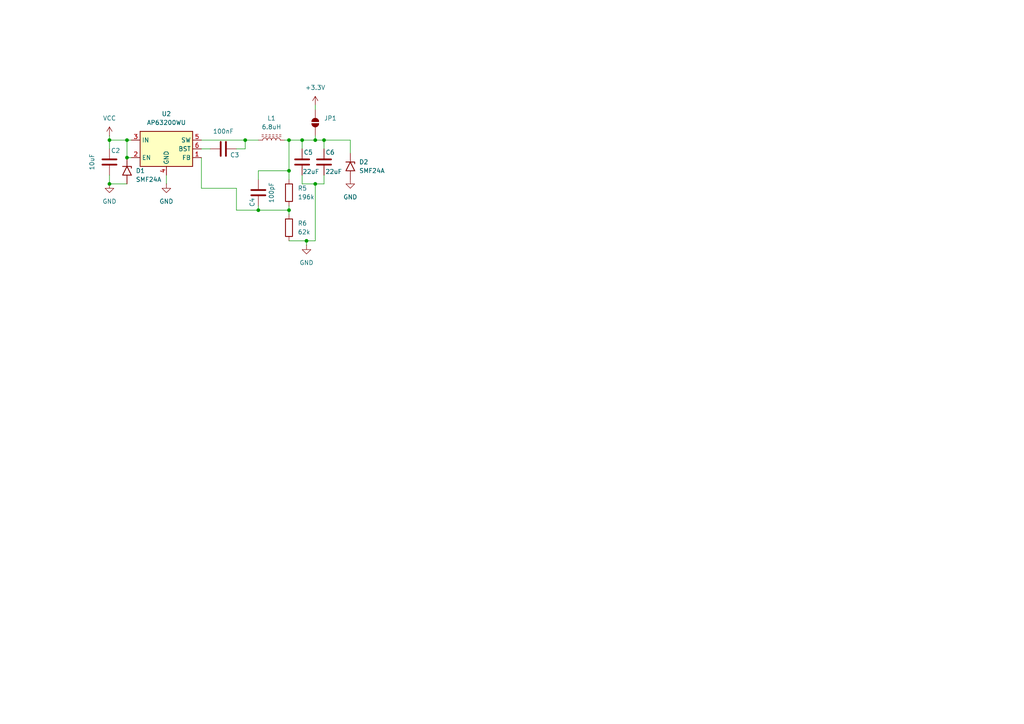
<source format=kicad_sch>
(kicad_sch
	(version 20250114)
	(generator "eeschema")
	(generator_version "9.0")
	(uuid "7e4294f7-fcce-4a84-9a6f-c6dcfccf890e")
	(paper "A4")
	(lib_symbols
		(symbol "Device:C"
			(pin_numbers
				(hide yes)
			)
			(pin_names
				(offset 0.254)
			)
			(exclude_from_sim no)
			(in_bom yes)
			(on_board yes)
			(property "Reference" "C"
				(at 0.635 2.54 0)
				(effects
					(font
						(size 1.27 1.27)
					)
					(justify left)
				)
			)
			(property "Value" "C"
				(at 0.635 -2.54 0)
				(effects
					(font
						(size 1.27 1.27)
					)
					(justify left)
				)
			)
			(property "Footprint" ""
				(at 0.9652 -3.81 0)
				(effects
					(font
						(size 1.27 1.27)
					)
					(hide yes)
				)
			)
			(property "Datasheet" "~"
				(at 0 0 0)
				(effects
					(font
						(size 1.27 1.27)
					)
					(hide yes)
				)
			)
			(property "Description" "Unpolarized capacitor"
				(at 0 0 0)
				(effects
					(font
						(size 1.27 1.27)
					)
					(hide yes)
				)
			)
			(property "ki_keywords" "cap capacitor"
				(at 0 0 0)
				(effects
					(font
						(size 1.27 1.27)
					)
					(hide yes)
				)
			)
			(property "ki_fp_filters" "C_*"
				(at 0 0 0)
				(effects
					(font
						(size 1.27 1.27)
					)
					(hide yes)
				)
			)
			(symbol "C_0_1"
				(polyline
					(pts
						(xy -2.032 0.762) (xy 2.032 0.762)
					)
					(stroke
						(width 0.508)
						(type default)
					)
					(fill
						(type none)
					)
				)
				(polyline
					(pts
						(xy -2.032 -0.762) (xy 2.032 -0.762)
					)
					(stroke
						(width 0.508)
						(type default)
					)
					(fill
						(type none)
					)
				)
			)
			(symbol "C_1_1"
				(pin passive line
					(at 0 3.81 270)
					(length 2.794)
					(name "~"
						(effects
							(font
								(size 1.27 1.27)
							)
						)
					)
					(number "1"
						(effects
							(font
								(size 1.27 1.27)
							)
						)
					)
				)
				(pin passive line
					(at 0 -3.81 90)
					(length 2.794)
					(name "~"
						(effects
							(font
								(size 1.27 1.27)
							)
						)
					)
					(number "2"
						(effects
							(font
								(size 1.27 1.27)
							)
						)
					)
				)
			)
			(embedded_fonts no)
		)
		(symbol "Device:L_Ferrite"
			(pin_numbers
				(hide yes)
			)
			(pin_names
				(offset 1.016)
				(hide yes)
			)
			(exclude_from_sim no)
			(in_bom yes)
			(on_board yes)
			(property "Reference" "L"
				(at -1.27 0 90)
				(effects
					(font
						(size 1.27 1.27)
					)
				)
			)
			(property "Value" "L_Ferrite"
				(at 2.794 0 90)
				(effects
					(font
						(size 1.27 1.27)
					)
				)
			)
			(property "Footprint" ""
				(at 0 0 0)
				(effects
					(font
						(size 1.27 1.27)
					)
					(hide yes)
				)
			)
			(property "Datasheet" "~"
				(at 0 0 0)
				(effects
					(font
						(size 1.27 1.27)
					)
					(hide yes)
				)
			)
			(property "Description" "Inductor with ferrite core"
				(at 0 0 0)
				(effects
					(font
						(size 1.27 1.27)
					)
					(hide yes)
				)
			)
			(property "ki_keywords" "inductor choke coil reactor magnetic"
				(at 0 0 0)
				(effects
					(font
						(size 1.27 1.27)
					)
					(hide yes)
				)
			)
			(property "ki_fp_filters" "Choke_* *Coil* Inductor_* L_*"
				(at 0 0 0)
				(effects
					(font
						(size 1.27 1.27)
					)
					(hide yes)
				)
			)
			(symbol "L_Ferrite_0_1"
				(arc
					(start 0 2.54)
					(mid 0.6323 1.905)
					(end 0 1.27)
					(stroke
						(width 0)
						(type default)
					)
					(fill
						(type none)
					)
				)
				(arc
					(start 0 1.27)
					(mid 0.6323 0.635)
					(end 0 0)
					(stroke
						(width 0)
						(type default)
					)
					(fill
						(type none)
					)
				)
				(arc
					(start 0 0)
					(mid 0.6323 -0.635)
					(end 0 -1.27)
					(stroke
						(width 0)
						(type default)
					)
					(fill
						(type none)
					)
				)
				(arc
					(start 0 -1.27)
					(mid 0.6323 -1.905)
					(end 0 -2.54)
					(stroke
						(width 0)
						(type default)
					)
					(fill
						(type none)
					)
				)
				(polyline
					(pts
						(xy 1.016 2.286) (xy 1.016 2.794)
					)
					(stroke
						(width 0)
						(type default)
					)
					(fill
						(type none)
					)
				)
				(polyline
					(pts
						(xy 1.016 1.27) (xy 1.016 1.778)
					)
					(stroke
						(width 0)
						(type default)
					)
					(fill
						(type none)
					)
				)
				(polyline
					(pts
						(xy 1.016 0.254) (xy 1.016 0.762)
					)
					(stroke
						(width 0)
						(type default)
					)
					(fill
						(type none)
					)
				)
				(polyline
					(pts
						(xy 1.016 -0.762) (xy 1.016 -0.254)
					)
					(stroke
						(width 0)
						(type default)
					)
					(fill
						(type none)
					)
				)
				(polyline
					(pts
						(xy 1.016 -1.778) (xy 1.016 -1.27)
					)
					(stroke
						(width 0)
						(type default)
					)
					(fill
						(type none)
					)
				)
				(polyline
					(pts
						(xy 1.016 -2.794) (xy 1.016 -2.286)
					)
					(stroke
						(width 0)
						(type default)
					)
					(fill
						(type none)
					)
				)
				(polyline
					(pts
						(xy 1.524 2.794) (xy 1.524 2.286)
					)
					(stroke
						(width 0)
						(type default)
					)
					(fill
						(type none)
					)
				)
				(polyline
					(pts
						(xy 1.524 1.778) (xy 1.524 1.27)
					)
					(stroke
						(width 0)
						(type default)
					)
					(fill
						(type none)
					)
				)
				(polyline
					(pts
						(xy 1.524 0.762) (xy 1.524 0.254)
					)
					(stroke
						(width 0)
						(type default)
					)
					(fill
						(type none)
					)
				)
				(polyline
					(pts
						(xy 1.524 -0.254) (xy 1.524 -0.762)
					)
					(stroke
						(width 0)
						(type default)
					)
					(fill
						(type none)
					)
				)
				(polyline
					(pts
						(xy 1.524 -1.27) (xy 1.524 -1.778)
					)
					(stroke
						(width 0)
						(type default)
					)
					(fill
						(type none)
					)
				)
				(polyline
					(pts
						(xy 1.524 -2.286) (xy 1.524 -2.794)
					)
					(stroke
						(width 0)
						(type default)
					)
					(fill
						(type none)
					)
				)
			)
			(symbol "L_Ferrite_1_1"
				(pin passive line
					(at 0 3.81 270)
					(length 1.27)
					(name "1"
						(effects
							(font
								(size 1.27 1.27)
							)
						)
					)
					(number "1"
						(effects
							(font
								(size 1.27 1.27)
							)
						)
					)
				)
				(pin passive line
					(at 0 -3.81 90)
					(length 1.27)
					(name "2"
						(effects
							(font
								(size 1.27 1.27)
							)
						)
					)
					(number "2"
						(effects
							(font
								(size 1.27 1.27)
							)
						)
					)
				)
			)
			(embedded_fonts no)
		)
		(symbol "Device:R"
			(pin_numbers
				(hide yes)
			)
			(pin_names
				(offset 0)
			)
			(exclude_from_sim no)
			(in_bom yes)
			(on_board yes)
			(property "Reference" "R"
				(at 2.032 0 90)
				(effects
					(font
						(size 1.27 1.27)
					)
				)
			)
			(property "Value" "R"
				(at 0 0 90)
				(effects
					(font
						(size 1.27 1.27)
					)
				)
			)
			(property "Footprint" ""
				(at -1.778 0 90)
				(effects
					(font
						(size 1.27 1.27)
					)
					(hide yes)
				)
			)
			(property "Datasheet" "~"
				(at 0 0 0)
				(effects
					(font
						(size 1.27 1.27)
					)
					(hide yes)
				)
			)
			(property "Description" "Resistor"
				(at 0 0 0)
				(effects
					(font
						(size 1.27 1.27)
					)
					(hide yes)
				)
			)
			(property "ki_keywords" "R res resistor"
				(at 0 0 0)
				(effects
					(font
						(size 1.27 1.27)
					)
					(hide yes)
				)
			)
			(property "ki_fp_filters" "R_*"
				(at 0 0 0)
				(effects
					(font
						(size 1.27 1.27)
					)
					(hide yes)
				)
			)
			(symbol "R_0_1"
				(rectangle
					(start -1.016 -2.54)
					(end 1.016 2.54)
					(stroke
						(width 0.254)
						(type default)
					)
					(fill
						(type none)
					)
				)
			)
			(symbol "R_1_1"
				(pin passive line
					(at 0 3.81 270)
					(length 1.27)
					(name "~"
						(effects
							(font
								(size 1.27 1.27)
							)
						)
					)
					(number "1"
						(effects
							(font
								(size 1.27 1.27)
							)
						)
					)
				)
				(pin passive line
					(at 0 -3.81 90)
					(length 1.27)
					(name "~"
						(effects
							(font
								(size 1.27 1.27)
							)
						)
					)
					(number "2"
						(effects
							(font
								(size 1.27 1.27)
							)
						)
					)
				)
			)
			(embedded_fonts no)
		)
		(symbol "Diode:SMF24A"
			(pin_numbers
				(hide yes)
			)
			(pin_names
				(offset 1.016)
				(hide yes)
			)
			(exclude_from_sim no)
			(in_bom yes)
			(on_board yes)
			(property "Reference" "D"
				(at 0 2.54 0)
				(effects
					(font
						(size 1.27 1.27)
					)
				)
			)
			(property "Value" "SMF24A"
				(at 0 -2.54 0)
				(effects
					(font
						(size 1.27 1.27)
					)
				)
			)
			(property "Footprint" "Diode_SMD:D_SMF"
				(at 0 -5.08 0)
				(effects
					(font
						(size 1.27 1.27)
					)
					(hide yes)
				)
			)
			(property "Datasheet" "https://www.vishay.com/doc?85881"
				(at -1.27 0 0)
				(effects
					(font
						(size 1.27 1.27)
					)
					(hide yes)
				)
			)
			(property "Description" "200W unidirectional Transil Transient Voltage Suppressor, 24Vrwm, SMF"
				(at 0 0 0)
				(effects
					(font
						(size 1.27 1.27)
					)
					(hide yes)
				)
			)
			(property "ki_keywords" "diode TVS voltage suppressor"
				(at 0 0 0)
				(effects
					(font
						(size 1.27 1.27)
					)
					(hide yes)
				)
			)
			(property "ki_fp_filters" "D*SMF*"
				(at 0 0 0)
				(effects
					(font
						(size 1.27 1.27)
					)
					(hide yes)
				)
			)
			(symbol "SMF24A_0_1"
				(polyline
					(pts
						(xy -0.762 1.27) (xy -1.27 1.27) (xy -1.27 -1.27)
					)
					(stroke
						(width 0.254)
						(type default)
					)
					(fill
						(type none)
					)
				)
				(polyline
					(pts
						(xy 1.27 1.27) (xy 1.27 -1.27) (xy -1.27 0) (xy 1.27 1.27)
					)
					(stroke
						(width 0.254)
						(type default)
					)
					(fill
						(type none)
					)
				)
			)
			(symbol "SMF24A_1_1"
				(pin passive line
					(at -3.81 0 0)
					(length 2.54)
					(name "A1"
						(effects
							(font
								(size 1.27 1.27)
							)
						)
					)
					(number "1"
						(effects
							(font
								(size 1.27 1.27)
							)
						)
					)
				)
				(pin passive line
					(at 3.81 0 180)
					(length 2.54)
					(name "A2"
						(effects
							(font
								(size 1.27 1.27)
							)
						)
					)
					(number "2"
						(effects
							(font
								(size 1.27 1.27)
							)
						)
					)
				)
			)
			(embedded_fonts no)
		)
		(symbol "Jumper:SolderJumper_2_Open"
			(pin_numbers
				(hide yes)
			)
			(pin_names
				(offset 0)
				(hide yes)
			)
			(exclude_from_sim no)
			(in_bom no)
			(on_board yes)
			(property "Reference" "JP"
				(at 0 2.032 0)
				(effects
					(font
						(size 1.27 1.27)
					)
				)
			)
			(property "Value" "SolderJumper_2_Open"
				(at 0 -2.54 0)
				(effects
					(font
						(size 1.27 1.27)
					)
				)
			)
			(property "Footprint" ""
				(at 0 0 0)
				(effects
					(font
						(size 1.27 1.27)
					)
					(hide yes)
				)
			)
			(property "Datasheet" "~"
				(at 0 0 0)
				(effects
					(font
						(size 1.27 1.27)
					)
					(hide yes)
				)
			)
			(property "Description" "Solder Jumper, 2-pole, open"
				(at 0 0 0)
				(effects
					(font
						(size 1.27 1.27)
					)
					(hide yes)
				)
			)
			(property "ki_keywords" "solder jumper SPST"
				(at 0 0 0)
				(effects
					(font
						(size 1.27 1.27)
					)
					(hide yes)
				)
			)
			(property "ki_fp_filters" "SolderJumper*Open*"
				(at 0 0 0)
				(effects
					(font
						(size 1.27 1.27)
					)
					(hide yes)
				)
			)
			(symbol "SolderJumper_2_Open_0_1"
				(polyline
					(pts
						(xy -0.254 1.016) (xy -0.254 -1.016)
					)
					(stroke
						(width 0)
						(type default)
					)
					(fill
						(type none)
					)
				)
				(arc
					(start -0.254 -1.016)
					(mid -1.2656 0)
					(end -0.254 1.016)
					(stroke
						(width 0)
						(type default)
					)
					(fill
						(type none)
					)
				)
				(arc
					(start -0.254 -1.016)
					(mid -1.2656 0)
					(end -0.254 1.016)
					(stroke
						(width 0)
						(type default)
					)
					(fill
						(type outline)
					)
				)
				(arc
					(start 0.254 1.016)
					(mid 1.2656 0)
					(end 0.254 -1.016)
					(stroke
						(width 0)
						(type default)
					)
					(fill
						(type none)
					)
				)
				(arc
					(start 0.254 1.016)
					(mid 1.2656 0)
					(end 0.254 -1.016)
					(stroke
						(width 0)
						(type default)
					)
					(fill
						(type outline)
					)
				)
				(polyline
					(pts
						(xy 0.254 1.016) (xy 0.254 -1.016)
					)
					(stroke
						(width 0)
						(type default)
					)
					(fill
						(type none)
					)
				)
			)
			(symbol "SolderJumper_2_Open_1_1"
				(pin passive line
					(at -3.81 0 0)
					(length 2.54)
					(name "A"
						(effects
							(font
								(size 1.27 1.27)
							)
						)
					)
					(number "1"
						(effects
							(font
								(size 1.27 1.27)
							)
						)
					)
				)
				(pin passive line
					(at 3.81 0 180)
					(length 2.54)
					(name "B"
						(effects
							(font
								(size 1.27 1.27)
							)
						)
					)
					(number "2"
						(effects
							(font
								(size 1.27 1.27)
							)
						)
					)
				)
			)
			(embedded_fonts no)
		)
		(symbol "Regulator_Switching:AP63200WU"
			(exclude_from_sim no)
			(in_bom yes)
			(on_board yes)
			(property "Reference" "U"
				(at -7.62 6.35 0)
				(effects
					(font
						(size 1.27 1.27)
					)
				)
			)
			(property "Value" "AP63200WU"
				(at 2.54 6.35 0)
				(effects
					(font
						(size 1.27 1.27)
					)
				)
			)
			(property "Footprint" "Package_TO_SOT_SMD:TSOT-23-6"
				(at 0 -22.86 0)
				(effects
					(font
						(size 1.27 1.27)
					)
					(hide yes)
				)
			)
			(property "Datasheet" "https://www.diodes.com/assets/Datasheets/AP63200-AP63201-AP63203-AP63205.pdf"
				(at 0 0 0)
				(effects
					(font
						(size 1.27 1.27)
					)
					(hide yes)
				)
			)
			(property "Description" "2A, 500kHz Buck DC/DC Converter, adjustable output voltage, TSOT-23-6"
				(at 0 0 0)
				(effects
					(font
						(size 1.27 1.27)
					)
					(hide yes)
				)
			)
			(property "ki_keywords" "2A Buck DC/DC"
				(at 0 0 0)
				(effects
					(font
						(size 1.27 1.27)
					)
					(hide yes)
				)
			)
			(property "ki_fp_filters" "TSOT?23*"
				(at 0 0 0)
				(effects
					(font
						(size 1.27 1.27)
					)
					(hide yes)
				)
			)
			(symbol "AP63200WU_0_1"
				(rectangle
					(start -7.62 5.08)
					(end 7.62 -5.08)
					(stroke
						(width 0.254)
						(type default)
					)
					(fill
						(type background)
					)
				)
			)
			(symbol "AP63200WU_1_1"
				(pin power_in line
					(at -10.16 2.54 0)
					(length 2.54)
					(name "IN"
						(effects
							(font
								(size 1.27 1.27)
							)
						)
					)
					(number "3"
						(effects
							(font
								(size 1.27 1.27)
							)
						)
					)
				)
				(pin input line
					(at -10.16 -2.54 0)
					(length 2.54)
					(name "EN"
						(effects
							(font
								(size 1.27 1.27)
							)
						)
					)
					(number "2"
						(effects
							(font
								(size 1.27 1.27)
							)
						)
					)
				)
				(pin power_in line
					(at 0 -7.62 90)
					(length 2.54)
					(name "GND"
						(effects
							(font
								(size 1.27 1.27)
							)
						)
					)
					(number "4"
						(effects
							(font
								(size 1.27 1.27)
							)
						)
					)
				)
				(pin output line
					(at 10.16 2.54 180)
					(length 2.54)
					(name "SW"
						(effects
							(font
								(size 1.27 1.27)
							)
						)
					)
					(number "5"
						(effects
							(font
								(size 1.27 1.27)
							)
						)
					)
				)
				(pin passive line
					(at 10.16 0 180)
					(length 2.54)
					(name "BST"
						(effects
							(font
								(size 1.27 1.27)
							)
						)
					)
					(number "6"
						(effects
							(font
								(size 1.27 1.27)
							)
						)
					)
				)
				(pin input line
					(at 10.16 -2.54 180)
					(length 2.54)
					(name "FB"
						(effects
							(font
								(size 1.27 1.27)
							)
						)
					)
					(number "1"
						(effects
							(font
								(size 1.27 1.27)
							)
						)
					)
				)
			)
			(embedded_fonts no)
		)
		(symbol "power:+3.3V"
			(power)
			(pin_numbers
				(hide yes)
			)
			(pin_names
				(offset 0)
				(hide yes)
			)
			(exclude_from_sim no)
			(in_bom yes)
			(on_board yes)
			(property "Reference" "#PWR"
				(at 0 -3.81 0)
				(effects
					(font
						(size 1.27 1.27)
					)
					(hide yes)
				)
			)
			(property "Value" "+3.3V"
				(at 0 3.556 0)
				(effects
					(font
						(size 1.27 1.27)
					)
				)
			)
			(property "Footprint" ""
				(at 0 0 0)
				(effects
					(font
						(size 1.27 1.27)
					)
					(hide yes)
				)
			)
			(property "Datasheet" ""
				(at 0 0 0)
				(effects
					(font
						(size 1.27 1.27)
					)
					(hide yes)
				)
			)
			(property "Description" "Power symbol creates a global label with name \"+3.3V\""
				(at 0 0 0)
				(effects
					(font
						(size 1.27 1.27)
					)
					(hide yes)
				)
			)
			(property "ki_keywords" "global power"
				(at 0 0 0)
				(effects
					(font
						(size 1.27 1.27)
					)
					(hide yes)
				)
			)
			(symbol "+3.3V_0_1"
				(polyline
					(pts
						(xy -0.762 1.27) (xy 0 2.54)
					)
					(stroke
						(width 0)
						(type default)
					)
					(fill
						(type none)
					)
				)
				(polyline
					(pts
						(xy 0 2.54) (xy 0.762 1.27)
					)
					(stroke
						(width 0)
						(type default)
					)
					(fill
						(type none)
					)
				)
				(polyline
					(pts
						(xy 0 0) (xy 0 2.54)
					)
					(stroke
						(width 0)
						(type default)
					)
					(fill
						(type none)
					)
				)
			)
			(symbol "+3.3V_1_1"
				(pin power_in line
					(at 0 0 90)
					(length 0)
					(name "~"
						(effects
							(font
								(size 1.27 1.27)
							)
						)
					)
					(number "1"
						(effects
							(font
								(size 1.27 1.27)
							)
						)
					)
				)
			)
			(embedded_fonts no)
		)
		(symbol "power:GND"
			(power)
			(pin_numbers
				(hide yes)
			)
			(pin_names
				(offset 0)
				(hide yes)
			)
			(exclude_from_sim no)
			(in_bom yes)
			(on_board yes)
			(property "Reference" "#PWR"
				(at 0 -6.35 0)
				(effects
					(font
						(size 1.27 1.27)
					)
					(hide yes)
				)
			)
			(property "Value" "GND"
				(at 0 -3.81 0)
				(effects
					(font
						(size 1.27 1.27)
					)
				)
			)
			(property "Footprint" ""
				(at 0 0 0)
				(effects
					(font
						(size 1.27 1.27)
					)
					(hide yes)
				)
			)
			(property "Datasheet" ""
				(at 0 0 0)
				(effects
					(font
						(size 1.27 1.27)
					)
					(hide yes)
				)
			)
			(property "Description" "Power symbol creates a global label with name \"GND\" , ground"
				(at 0 0 0)
				(effects
					(font
						(size 1.27 1.27)
					)
					(hide yes)
				)
			)
			(property "ki_keywords" "global power"
				(at 0 0 0)
				(effects
					(font
						(size 1.27 1.27)
					)
					(hide yes)
				)
			)
			(symbol "GND_0_1"
				(polyline
					(pts
						(xy 0 0) (xy 0 -1.27) (xy 1.27 -1.27) (xy 0 -2.54) (xy -1.27 -1.27) (xy 0 -1.27)
					)
					(stroke
						(width 0)
						(type default)
					)
					(fill
						(type none)
					)
				)
			)
			(symbol "GND_1_1"
				(pin power_in line
					(at 0 0 270)
					(length 0)
					(name "~"
						(effects
							(font
								(size 1.27 1.27)
							)
						)
					)
					(number "1"
						(effects
							(font
								(size 1.27 1.27)
							)
						)
					)
				)
			)
			(embedded_fonts no)
		)
		(symbol "power:VCC"
			(power)
			(pin_numbers
				(hide yes)
			)
			(pin_names
				(offset 0)
				(hide yes)
			)
			(exclude_from_sim no)
			(in_bom yes)
			(on_board yes)
			(property "Reference" "#PWR"
				(at 0 -3.81 0)
				(effects
					(font
						(size 1.27 1.27)
					)
					(hide yes)
				)
			)
			(property "Value" "VCC"
				(at 0 3.556 0)
				(effects
					(font
						(size 1.27 1.27)
					)
				)
			)
			(property "Footprint" ""
				(at 0 0 0)
				(effects
					(font
						(size 1.27 1.27)
					)
					(hide yes)
				)
			)
			(property "Datasheet" ""
				(at 0 0 0)
				(effects
					(font
						(size 1.27 1.27)
					)
					(hide yes)
				)
			)
			(property "Description" "Power symbol creates a global label with name \"VCC\""
				(at 0 0 0)
				(effects
					(font
						(size 1.27 1.27)
					)
					(hide yes)
				)
			)
			(property "ki_keywords" "global power"
				(at 0 0 0)
				(effects
					(font
						(size 1.27 1.27)
					)
					(hide yes)
				)
			)
			(symbol "VCC_0_1"
				(polyline
					(pts
						(xy -0.762 1.27) (xy 0 2.54)
					)
					(stroke
						(width 0)
						(type default)
					)
					(fill
						(type none)
					)
				)
				(polyline
					(pts
						(xy 0 2.54) (xy 0.762 1.27)
					)
					(stroke
						(width 0)
						(type default)
					)
					(fill
						(type none)
					)
				)
				(polyline
					(pts
						(xy 0 0) (xy 0 2.54)
					)
					(stroke
						(width 0)
						(type default)
					)
					(fill
						(type none)
					)
				)
			)
			(symbol "VCC_1_1"
				(pin power_in line
					(at 0 0 90)
					(length 0)
					(name "~"
						(effects
							(font
								(size 1.27 1.27)
							)
						)
					)
					(number "1"
						(effects
							(font
								(size 1.27 1.27)
							)
						)
					)
				)
			)
			(embedded_fonts no)
		)
	)
	(junction
		(at 88.9 69.85)
		(diameter 0)
		(color 0 0 0 0)
		(uuid "12233eb8-008d-4147-b145-fd951a190654")
	)
	(junction
		(at 83.82 40.64)
		(diameter 0)
		(color 0 0 0 0)
		(uuid "1a874b69-72a3-4ab0-b174-ed3ed5dbf236")
	)
	(junction
		(at 36.83 45.72)
		(diameter 0)
		(color 0 0 0 0)
		(uuid "30b9fb34-5253-4b2c-b016-ab392dc74b55")
	)
	(junction
		(at 31.75 40.64)
		(diameter 0)
		(color 0 0 0 0)
		(uuid "48ebfa57-fba7-46c0-a328-e9b5e30e09c7")
	)
	(junction
		(at 91.44 40.64)
		(diameter 0)
		(color 0 0 0 0)
		(uuid "4c943c3e-e576-458d-b130-43e1ca8fe317")
	)
	(junction
		(at 83.82 49.53)
		(diameter 0)
		(color 0 0 0 0)
		(uuid "6a5978ef-6d95-40c8-bd75-1d018bb7ddd1")
	)
	(junction
		(at 36.83 40.64)
		(diameter 0)
		(color 0 0 0 0)
		(uuid "840af9ce-e49e-425c-bf95-0cb77a131d51")
	)
	(junction
		(at 91.44 53.34)
		(diameter 0)
		(color 0 0 0 0)
		(uuid "873baf07-ad96-4f66-9c28-3ba0a71518da")
	)
	(junction
		(at 71.12 40.64)
		(diameter 0)
		(color 0 0 0 0)
		(uuid "8edcd765-bb90-40bc-8d02-5568b1f44d5c")
	)
	(junction
		(at 74.93 60.96)
		(diameter 0)
		(color 0 0 0 0)
		(uuid "b4eebfd0-f50c-4a2c-a9c6-d774a4a1f0a6")
	)
	(junction
		(at 93.98 40.64)
		(diameter 0)
		(color 0 0 0 0)
		(uuid "c35b4676-5722-4c03-aba6-5c1c86b8deac")
	)
	(junction
		(at 83.82 60.96)
		(diameter 0)
		(color 0 0 0 0)
		(uuid "d5d6e0d9-628a-44a8-af3a-c2362d55c409")
	)
	(junction
		(at 87.63 40.64)
		(diameter 0)
		(color 0 0 0 0)
		(uuid "d820544d-ea4a-4ef1-9234-072555ebcaa3")
	)
	(junction
		(at 31.75 53.34)
		(diameter 0)
		(color 0 0 0 0)
		(uuid "e828ee63-fa7c-419d-bc4d-fbd64b67a465")
	)
	(wire
		(pts
			(xy 74.93 60.96) (xy 83.82 60.96)
		)
		(stroke
			(width 0)
			(type default)
		)
		(uuid "01a97f45-3efe-48bc-a98e-c1e2d8e407a1")
	)
	(wire
		(pts
			(xy 74.93 59.69) (xy 74.93 60.96)
		)
		(stroke
			(width 0)
			(type default)
		)
		(uuid "02494331-4084-4c3b-a4c2-a38ab5115661")
	)
	(wire
		(pts
			(xy 83.82 60.96) (xy 83.82 62.23)
		)
		(stroke
			(width 0)
			(type default)
		)
		(uuid "0760e547-54e9-40d7-b312-e302cb26c105")
	)
	(wire
		(pts
			(xy 87.63 53.34) (xy 87.63 50.8)
		)
		(stroke
			(width 0)
			(type default)
		)
		(uuid "0dbbbe9a-044b-4f11-99e3-b6aa63fd9958")
	)
	(wire
		(pts
			(xy 68.58 54.61) (xy 58.42 54.61)
		)
		(stroke
			(width 0)
			(type default)
		)
		(uuid "12e95b30-db35-41c4-8045-538809540ee6")
	)
	(wire
		(pts
			(xy 83.82 40.64) (xy 87.63 40.64)
		)
		(stroke
			(width 0)
			(type default)
		)
		(uuid "17dc2562-79f8-4521-9343-c9b8d4e10cc6")
	)
	(wire
		(pts
			(xy 36.83 45.72) (xy 36.83 40.64)
		)
		(stroke
			(width 0)
			(type default)
		)
		(uuid "18bba335-311e-476d-926d-98da39eabf7a")
	)
	(wire
		(pts
			(xy 93.98 40.64) (xy 93.98 43.18)
		)
		(stroke
			(width 0)
			(type default)
		)
		(uuid "1d74b0b8-633e-45c8-bbb3-6cbcd1783b9d")
	)
	(wire
		(pts
			(xy 101.6 40.64) (xy 93.98 40.64)
		)
		(stroke
			(width 0)
			(type default)
		)
		(uuid "1f5b02a7-b504-4522-824a-e207b6595ad8")
	)
	(wire
		(pts
			(xy 91.44 40.64) (xy 93.98 40.64)
		)
		(stroke
			(width 0)
			(type default)
		)
		(uuid "1f9d1af8-eafa-4412-8b65-a0133526ab98")
	)
	(wire
		(pts
			(xy 83.82 49.53) (xy 83.82 52.07)
		)
		(stroke
			(width 0)
			(type default)
		)
		(uuid "1fef3035-67e4-4d02-88b9-255e63de4d65")
	)
	(wire
		(pts
			(xy 91.44 30.48) (xy 91.44 31.75)
		)
		(stroke
			(width 0)
			(type default)
		)
		(uuid "266488c1-eb5b-4c09-b353-9c805a465819")
	)
	(wire
		(pts
			(xy 31.75 50.8) (xy 31.75 53.34)
		)
		(stroke
			(width 0)
			(type default)
		)
		(uuid "29a392fe-7697-4d26-8259-fa6ee6983cf4")
	)
	(wire
		(pts
			(xy 38.1 45.72) (xy 36.83 45.72)
		)
		(stroke
			(width 0)
			(type default)
		)
		(uuid "3523b7a0-a75e-454c-9051-2ef392bbc94a")
	)
	(wire
		(pts
			(xy 71.12 40.64) (xy 74.93 40.64)
		)
		(stroke
			(width 0)
			(type default)
		)
		(uuid "3d6dea9b-b89a-4d17-b171-e494fe0a2ad6")
	)
	(wire
		(pts
			(xy 91.44 53.34) (xy 91.44 69.85)
		)
		(stroke
			(width 0)
			(type default)
		)
		(uuid "3f05bcdb-1985-48c6-bcb6-4533ab75e7c6")
	)
	(wire
		(pts
			(xy 31.75 40.64) (xy 36.83 40.64)
		)
		(stroke
			(width 0)
			(type default)
		)
		(uuid "4da47c7f-0f47-4764-b8d7-14f2b11aae2a")
	)
	(wire
		(pts
			(xy 83.82 40.64) (xy 83.82 49.53)
		)
		(stroke
			(width 0)
			(type default)
		)
		(uuid "4f90404a-4bb6-42be-b866-5770f2501d21")
	)
	(wire
		(pts
			(xy 48.26 50.8) (xy 48.26 53.34)
		)
		(stroke
			(width 0)
			(type default)
		)
		(uuid "53735e3d-8d22-4944-b41a-8458e3d9877d")
	)
	(wire
		(pts
			(xy 91.44 53.34) (xy 87.63 53.34)
		)
		(stroke
			(width 0)
			(type default)
		)
		(uuid "64f0c53a-7aea-46ef-a19c-37056779c873")
	)
	(wire
		(pts
			(xy 82.55 40.64) (xy 83.82 40.64)
		)
		(stroke
			(width 0)
			(type default)
		)
		(uuid "67091c65-503a-4f44-9323-5108560a204c")
	)
	(wire
		(pts
			(xy 93.98 53.34) (xy 91.44 53.34)
		)
		(stroke
			(width 0)
			(type default)
		)
		(uuid "6d26bc25-670c-4b30-977d-5c6e2fcc2d57")
	)
	(wire
		(pts
			(xy 88.9 69.85) (xy 91.44 69.85)
		)
		(stroke
			(width 0)
			(type default)
		)
		(uuid "6ddcb3b4-7bdf-4900-96c6-50f9418262e7")
	)
	(wire
		(pts
			(xy 83.82 69.85) (xy 88.9 69.85)
		)
		(stroke
			(width 0)
			(type default)
		)
		(uuid "7afa315e-8dcb-4297-83ab-47100cf93da9")
	)
	(wire
		(pts
			(xy 74.93 52.07) (xy 74.93 49.53)
		)
		(stroke
			(width 0)
			(type default)
		)
		(uuid "7c9527c4-a582-4aaf-ad04-341247848880")
	)
	(wire
		(pts
			(xy 68.58 43.18) (xy 71.12 43.18)
		)
		(stroke
			(width 0)
			(type default)
		)
		(uuid "9bac29b2-3a7e-40d1-aeeb-1fd6024bfcc9")
	)
	(wire
		(pts
			(xy 101.6 44.45) (xy 101.6 40.64)
		)
		(stroke
			(width 0)
			(type default)
		)
		(uuid "9da19ac1-8523-4f83-bc62-129af49db30d")
	)
	(wire
		(pts
			(xy 58.42 43.18) (xy 60.96 43.18)
		)
		(stroke
			(width 0)
			(type default)
		)
		(uuid "a6d408e4-51db-4369-9228-510d8ed4e5fa")
	)
	(wire
		(pts
			(xy 87.63 40.64) (xy 87.63 43.18)
		)
		(stroke
			(width 0)
			(type default)
		)
		(uuid "a6f8c0d1-1f31-41b9-9dfe-723121a7666b")
	)
	(wire
		(pts
			(xy 31.75 39.37) (xy 31.75 40.64)
		)
		(stroke
			(width 0)
			(type default)
		)
		(uuid "a8145907-bc4a-4150-97ef-6e10e7958ee7")
	)
	(wire
		(pts
			(xy 87.63 40.64) (xy 91.44 40.64)
		)
		(stroke
			(width 0)
			(type default)
		)
		(uuid "ab76477e-9c89-4453-a86c-16e4ec58def9")
	)
	(wire
		(pts
			(xy 31.75 53.34) (xy 36.83 53.34)
		)
		(stroke
			(width 0)
			(type default)
		)
		(uuid "ad7da795-9a47-4e47-9d10-c00ef165fd21")
	)
	(wire
		(pts
			(xy 31.75 40.64) (xy 31.75 43.18)
		)
		(stroke
			(width 0)
			(type default)
		)
		(uuid "b2f4cdc4-0b5a-4653-93b8-d973fd162ad0")
	)
	(wire
		(pts
			(xy 36.83 40.64) (xy 38.1 40.64)
		)
		(stroke
			(width 0)
			(type default)
		)
		(uuid "bc86ed46-7653-48a7-8d37-d87a2c25f88b")
	)
	(wire
		(pts
			(xy 58.42 40.64) (xy 71.12 40.64)
		)
		(stroke
			(width 0)
			(type default)
		)
		(uuid "c2508131-808c-4b5d-a393-8caa49943b41")
	)
	(wire
		(pts
			(xy 88.9 69.85) (xy 88.9 71.12)
		)
		(stroke
			(width 0)
			(type default)
		)
		(uuid "c3abeda8-0f30-4a71-a956-11d75347e062")
	)
	(wire
		(pts
			(xy 93.98 50.8) (xy 93.98 53.34)
		)
		(stroke
			(width 0)
			(type default)
		)
		(uuid "c749a6b3-c1c9-4c7b-ba13-db548c1f7c49")
	)
	(wire
		(pts
			(xy 68.58 60.96) (xy 74.93 60.96)
		)
		(stroke
			(width 0)
			(type default)
		)
		(uuid "d26dafd5-638f-4a03-bafe-e637d98ca14e")
	)
	(wire
		(pts
			(xy 74.93 49.53) (xy 83.82 49.53)
		)
		(stroke
			(width 0)
			(type default)
		)
		(uuid "d5a9a761-50ae-401b-8790-5e6102cc5c96")
	)
	(wire
		(pts
			(xy 71.12 43.18) (xy 71.12 40.64)
		)
		(stroke
			(width 0)
			(type default)
		)
		(uuid "dfce7591-8f83-4913-bf97-e6c93ec98b95")
	)
	(wire
		(pts
			(xy 58.42 54.61) (xy 58.42 45.72)
		)
		(stroke
			(width 0)
			(type default)
		)
		(uuid "edc4af90-e6f6-4bb3-a19a-b43c749b311a")
	)
	(wire
		(pts
			(xy 91.44 39.37) (xy 91.44 40.64)
		)
		(stroke
			(width 0)
			(type default)
		)
		(uuid "ef999417-41e8-4131-b5c9-149c58993f4d")
	)
	(wire
		(pts
			(xy 68.58 54.61) (xy 68.58 60.96)
		)
		(stroke
			(width 0)
			(type default)
		)
		(uuid "f033cd8a-387e-43fe-be76-75cd741239e8")
	)
	(wire
		(pts
			(xy 83.82 59.69) (xy 83.82 60.96)
		)
		(stroke
			(width 0)
			(type default)
		)
		(uuid "fa700c05-1dd3-43e2-bcd7-63619be8ad75")
	)
	(symbol
		(lib_id "power:GND")
		(at 48.26 53.34 0)
		(unit 1)
		(exclude_from_sim no)
		(in_bom yes)
		(on_board yes)
		(dnp no)
		(fields_autoplaced yes)
		(uuid "0e21f61b-6a4e-47b2-a186-56f17e4660ce")
		(property "Reference" "#PWR020"
			(at 48.26 59.69 0)
			(effects
				(font
					(size 1.27 1.27)
				)
				(hide yes)
			)
		)
		(property "Value" "GND"
			(at 48.26 58.42 0)
			(effects
				(font
					(size 1.27 1.27)
				)
			)
		)
		(property "Footprint" ""
			(at 48.26 53.34 0)
			(effects
				(font
					(size 1.27 1.27)
				)
				(hide yes)
			)
		)
		(property "Datasheet" ""
			(at 48.26 53.34 0)
			(effects
				(font
					(size 1.27 1.27)
				)
				(hide yes)
			)
		)
		(property "Description" "Power symbol creates a global label with name \"GND\" , ground"
			(at 48.26 53.34 0)
			(effects
				(font
					(size 1.27 1.27)
				)
				(hide yes)
			)
		)
		(pin "1"
			(uuid "686d4217-2fb1-407c-a1d5-18614b2b32e6")
		)
		(instances
			(project ""
				(path "/8290cc18-06d0-4e02-a781-29a61ebc321a/9e4d7a0c-a5eb-4e88-9036-0c35e68b279a/8ab7d9d8-a14c-43b1-bf79-ac7dfdaef76f"
					(reference "#PWR020")
					(unit 1)
				)
			)
			(project "NIVARA_ZorionX_BOARD"
				(path "/8e19332e-3534-4a04-99a8-04957ac8928f/8ab7d9d8-a14c-43b1-bf79-ac7dfdaef76f"
					(reference "#PWR?")
					(unit 1)
				)
			)
		)
	)
	(symbol
		(lib_id "power:GND")
		(at 88.9 71.12 0)
		(unit 1)
		(exclude_from_sim no)
		(in_bom yes)
		(on_board yes)
		(dnp no)
		(fields_autoplaced yes)
		(uuid "0e6f663a-8e71-44a2-86aa-0c632cd76af2")
		(property "Reference" "#PWR021"
			(at 88.9 77.47 0)
			(effects
				(font
					(size 1.27 1.27)
				)
				(hide yes)
			)
		)
		(property "Value" "GND"
			(at 88.9 76.2 0)
			(effects
				(font
					(size 1.27 1.27)
				)
			)
		)
		(property "Footprint" ""
			(at 88.9 71.12 0)
			(effects
				(font
					(size 1.27 1.27)
				)
				(hide yes)
			)
		)
		(property "Datasheet" ""
			(at 88.9 71.12 0)
			(effects
				(font
					(size 1.27 1.27)
				)
				(hide yes)
			)
		)
		(property "Description" "Power symbol creates a global label with name \"GND\" , ground"
			(at 88.9 71.12 0)
			(effects
				(font
					(size 1.27 1.27)
				)
				(hide yes)
			)
		)
		(pin "1"
			(uuid "836d18ef-30c0-4678-bb1d-409bd0027c31")
		)
		(instances
			(project "NIVARA"
				(path "/8290cc18-06d0-4e02-a781-29a61ebc321a/9e4d7a0c-a5eb-4e88-9036-0c35e68b279a/8ab7d9d8-a14c-43b1-bf79-ac7dfdaef76f"
					(reference "#PWR021")
					(unit 1)
				)
			)
			(project "NIVARA_ZorionX_BOARD"
				(path "/8e19332e-3534-4a04-99a8-04957ac8928f/8ab7d9d8-a14c-43b1-bf79-ac7dfdaef76f"
					(reference "#PWR?")
					(unit 1)
				)
			)
		)
	)
	(symbol
		(lib_id "Device:C")
		(at 74.93 55.88 0)
		(unit 1)
		(exclude_from_sim no)
		(in_bom yes)
		(on_board yes)
		(dnp no)
		(uuid "12d82860-c42c-4288-bc21-4f130d7cb8e0")
		(property "Reference" "C4"
			(at 73.152 58.674 90)
			(effects
				(font
					(size 1.27 1.27)
				)
			)
		)
		(property "Value" "100pF"
			(at 78.74 55.88 90)
			(effects
				(font
					(size 1.27 1.27)
				)
			)
		)
		(property "Footprint" "Capacitor_SMD:C_0805_2012Metric"
			(at 75.8952 59.69 0)
			(effects
				(font
					(size 1.27 1.27)
				)
				(hide yes)
			)
		)
		(property "Datasheet" "~"
			(at 74.93 55.88 0)
			(effects
				(font
					(size 1.27 1.27)
				)
				(hide yes)
			)
		)
		(property "Description" "Unpolarized capacitor"
			(at 74.93 55.88 0)
			(effects
				(font
					(size 1.27 1.27)
				)
				(hide yes)
			)
		)
		(pin "1"
			(uuid "e9c81e75-97f0-4566-8d09-bfed0145f83f")
		)
		(pin "2"
			(uuid "8f92ba28-c89d-429c-bade-4a0a6ca9fea7")
		)
		(instances
			(project "NIVARA"
				(path "/8290cc18-06d0-4e02-a781-29a61ebc321a/9e4d7a0c-a5eb-4e88-9036-0c35e68b279a/8ab7d9d8-a14c-43b1-bf79-ac7dfdaef76f"
					(reference "C4")
					(unit 1)
				)
			)
			(project "NIVARA_ZorionX_BOARD"
				(path "/8e19332e-3534-4a04-99a8-04957ac8928f/8ab7d9d8-a14c-43b1-bf79-ac7dfdaef76f"
					(reference "C?")
					(unit 1)
				)
			)
		)
	)
	(symbol
		(lib_id "Device:C")
		(at 87.63 46.99 180)
		(unit 1)
		(exclude_from_sim no)
		(in_bom yes)
		(on_board yes)
		(dnp no)
		(uuid "23d20080-2246-41a4-bd7f-3a24cd5a10f3")
		(property "Reference" "C5"
			(at 89.408 44.196 0)
			(effects
				(font
					(size 1.27 1.27)
				)
			)
		)
		(property "Value" "22uF"
			(at 90.17 49.784 0)
			(effects
				(font
					(size 1.27 1.27)
				)
			)
		)
		(property "Footprint" "Capacitor_SMD:C_0805_2012Metric"
			(at 86.6648 43.18 0)
			(effects
				(font
					(size 1.27 1.27)
				)
				(hide yes)
			)
		)
		(property "Datasheet" "~"
			(at 87.63 46.99 0)
			(effects
				(font
					(size 1.27 1.27)
				)
				(hide yes)
			)
		)
		(property "Description" "Unpolarized capacitor"
			(at 87.63 46.99 0)
			(effects
				(font
					(size 1.27 1.27)
				)
				(hide yes)
			)
		)
		(pin "1"
			(uuid "4b8316d1-e44c-4d79-8ced-e6bf8db27997")
		)
		(pin "2"
			(uuid "0b8a7eb6-141d-4ccf-bac0-9d0508144fba")
		)
		(instances
			(project "NIVARA"
				(path "/8290cc18-06d0-4e02-a781-29a61ebc321a/9e4d7a0c-a5eb-4e88-9036-0c35e68b279a/8ab7d9d8-a14c-43b1-bf79-ac7dfdaef76f"
					(reference "C5")
					(unit 1)
				)
			)
			(project "NIVARA_ZorionX_BOARD"
				(path "/8e19332e-3534-4a04-99a8-04957ac8928f/8ab7d9d8-a14c-43b1-bf79-ac7dfdaef76f"
					(reference "C?")
					(unit 1)
				)
			)
		)
	)
	(symbol
		(lib_id "Regulator_Switching:AP63200WU")
		(at 48.26 43.18 0)
		(unit 1)
		(exclude_from_sim no)
		(in_bom yes)
		(on_board yes)
		(dnp no)
		(fields_autoplaced yes)
		(uuid "3969479d-123e-4143-aebc-6d5e5421000c")
		(property "Reference" "U2"
			(at 48.26 33.02 0)
			(effects
				(font
					(size 1.27 1.27)
				)
			)
		)
		(property "Value" "AP63200WU"
			(at 48.26 35.56 0)
			(effects
				(font
					(size 1.27 1.27)
				)
			)
		)
		(property "Footprint" "Package_TO_SOT_SMD:TSOT-23-6"
			(at 48.26 66.04 0)
			(effects
				(font
					(size 1.27 1.27)
				)
				(hide yes)
			)
		)
		(property "Datasheet" "https://www.diodes.com/assets/Datasheets/AP63200-AP63201-AP63203-AP63205.pdf"
			(at 48.26 43.18 0)
			(effects
				(font
					(size 1.27 1.27)
				)
				(hide yes)
			)
		)
		(property "Description" "2A, 500kHz Buck DC/DC Converter, adjustable output voltage, TSOT-23-6"
			(at 48.26 43.18 0)
			(effects
				(font
					(size 1.27 1.27)
				)
				(hide yes)
			)
		)
		(pin "1"
			(uuid "afa471e5-cf7b-46dd-ac54-1b21c7d27114")
		)
		(pin "4"
			(uuid "a1340555-12af-4e75-93d9-f2d0ef21e8fa")
		)
		(pin "5"
			(uuid "03899440-26a8-4a5c-8b68-29c3def09a82")
		)
		(pin "2"
			(uuid "ebcd4919-b36d-4b0e-84c8-02352be52bf0")
		)
		(pin "6"
			(uuid "3dcb7333-582b-45e5-94c2-20d1b5bea4d8")
		)
		(pin "3"
			(uuid "706907ea-48b7-4b11-9dd4-8b5aaa78d895")
		)
		(instances
			(project ""
				(path "/8290cc18-06d0-4e02-a781-29a61ebc321a/9e4d7a0c-a5eb-4e88-9036-0c35e68b279a/8ab7d9d8-a14c-43b1-bf79-ac7dfdaef76f"
					(reference "U2")
					(unit 1)
				)
			)
			(project "NIVARA_ZorionX_BOARD"
				(path "/8e19332e-3534-4a04-99a8-04957ac8928f/8ab7d9d8-a14c-43b1-bf79-ac7dfdaef76f"
					(reference "U?")
					(unit 1)
				)
			)
		)
	)
	(symbol
		(lib_id "power:+3.3V")
		(at 91.44 30.48 0)
		(unit 1)
		(exclude_from_sim no)
		(in_bom yes)
		(on_board yes)
		(dnp no)
		(fields_autoplaced yes)
		(uuid "3cc0b3c3-075a-413c-992b-b165c019a428")
		(property "Reference" "#PWR022"
			(at 91.44 34.29 0)
			(effects
				(font
					(size 1.27 1.27)
				)
				(hide yes)
			)
		)
		(property "Value" "+3.3V"
			(at 91.44 25.4 0)
			(effects
				(font
					(size 1.27 1.27)
				)
			)
		)
		(property "Footprint" ""
			(at 91.44 30.48 0)
			(effects
				(font
					(size 1.27 1.27)
				)
				(hide yes)
			)
		)
		(property "Datasheet" ""
			(at 91.44 30.48 0)
			(effects
				(font
					(size 1.27 1.27)
				)
				(hide yes)
			)
		)
		(property "Description" "Power symbol creates a global label with name \"+3.3V\""
			(at 91.44 30.48 0)
			(effects
				(font
					(size 1.27 1.27)
				)
				(hide yes)
			)
		)
		(pin "1"
			(uuid "6068aeeb-ba6d-4ef1-8d20-e88162b12865")
		)
		(instances
			(project ""
				(path "/8290cc18-06d0-4e02-a781-29a61ebc321a/9e4d7a0c-a5eb-4e88-9036-0c35e68b279a/8ab7d9d8-a14c-43b1-bf79-ac7dfdaef76f"
					(reference "#PWR022")
					(unit 1)
				)
			)
			(project "NIVARA_ZorionX_BOARD"
				(path "/8e19332e-3534-4a04-99a8-04957ac8928f/8ab7d9d8-a14c-43b1-bf79-ac7dfdaef76f"
					(reference "#PWR?")
					(unit 1)
				)
			)
		)
	)
	(symbol
		(lib_id "Device:R")
		(at 83.82 66.04 0)
		(unit 1)
		(exclude_from_sim no)
		(in_bom yes)
		(on_board yes)
		(dnp no)
		(fields_autoplaced yes)
		(uuid "3efb581d-de94-4c4e-9548-0819a151d7da")
		(property "Reference" "R6"
			(at 86.36 64.7699 0)
			(effects
				(font
					(size 1.27 1.27)
				)
				(justify left)
			)
		)
		(property "Value" "62k"
			(at 86.36 67.3099 0)
			(effects
				(font
					(size 1.27 1.27)
				)
				(justify left)
			)
		)
		(property "Footprint" "Resistor_SMD:R_0603_1608Metric"
			(at 82.042 66.04 90)
			(effects
				(font
					(size 1.27 1.27)
				)
				(hide yes)
			)
		)
		(property "Datasheet" "~"
			(at 83.82 66.04 0)
			(effects
				(font
					(size 1.27 1.27)
				)
				(hide yes)
			)
		)
		(property "Description" "Resistor"
			(at 83.82 66.04 0)
			(effects
				(font
					(size 1.27 1.27)
				)
				(hide yes)
			)
		)
		(pin "2"
			(uuid "2bf610ab-98ca-4ab8-bcdb-5ae13d362a40")
		)
		(pin "1"
			(uuid "b6167cb1-2b78-46a1-afcf-06cf460b85a7")
		)
		(instances
			(project "NIVARA"
				(path "/8290cc18-06d0-4e02-a781-29a61ebc321a/9e4d7a0c-a5eb-4e88-9036-0c35e68b279a/8ab7d9d8-a14c-43b1-bf79-ac7dfdaef76f"
					(reference "R6")
					(unit 1)
				)
			)
			(project "NIVARA_ZorionX_BOARD"
				(path "/8e19332e-3534-4a04-99a8-04957ac8928f/8ab7d9d8-a14c-43b1-bf79-ac7dfdaef76f"
					(reference "R?")
					(unit 1)
				)
			)
		)
	)
	(symbol
		(lib_id "Device:R")
		(at 83.82 55.88 0)
		(unit 1)
		(exclude_from_sim no)
		(in_bom yes)
		(on_board yes)
		(dnp no)
		(fields_autoplaced yes)
		(uuid "4cfa24c9-1cfc-4c69-942e-f281d1751d42")
		(property "Reference" "R5"
			(at 86.36 54.6099 0)
			(effects
				(font
					(size 1.27 1.27)
				)
				(justify left)
			)
		)
		(property "Value" "196k"
			(at 86.36 57.1499 0)
			(effects
				(font
					(size 1.27 1.27)
				)
				(justify left)
			)
		)
		(property "Footprint" "Resistor_SMD:R_0603_1608Metric"
			(at 82.042 55.88 90)
			(effects
				(font
					(size 1.27 1.27)
				)
				(hide yes)
			)
		)
		(property "Datasheet" "~"
			(at 83.82 55.88 0)
			(effects
				(font
					(size 1.27 1.27)
				)
				(hide yes)
			)
		)
		(property "Description" "Resistor"
			(at 83.82 55.88 0)
			(effects
				(font
					(size 1.27 1.27)
				)
				(hide yes)
			)
		)
		(pin "2"
			(uuid "25b52e42-d76a-4e42-995a-bb72a0bf70a2")
		)
		(pin "1"
			(uuid "1ec04b18-66ec-4f48-b381-6d81635d756c")
		)
		(instances
			(project ""
				(path "/8290cc18-06d0-4e02-a781-29a61ebc321a/9e4d7a0c-a5eb-4e88-9036-0c35e68b279a/8ab7d9d8-a14c-43b1-bf79-ac7dfdaef76f"
					(reference "R5")
					(unit 1)
				)
			)
			(project "NIVARA_ZorionX_BOARD"
				(path "/8e19332e-3534-4a04-99a8-04957ac8928f/8ab7d9d8-a14c-43b1-bf79-ac7dfdaef76f"
					(reference "R?")
					(unit 1)
				)
			)
		)
	)
	(symbol
		(lib_id "power:GND")
		(at 31.75 53.34 0)
		(unit 1)
		(exclude_from_sim no)
		(in_bom yes)
		(on_board yes)
		(dnp no)
		(fields_autoplaced yes)
		(uuid "502b9767-6d19-4662-a3c9-ba91b2c0cc18")
		(property "Reference" "#PWR019"
			(at 31.75 59.69 0)
			(effects
				(font
					(size 1.27 1.27)
				)
				(hide yes)
			)
		)
		(property "Value" "GND"
			(at 31.75 58.42 0)
			(effects
				(font
					(size 1.27 1.27)
				)
			)
		)
		(property "Footprint" ""
			(at 31.75 53.34 0)
			(effects
				(font
					(size 1.27 1.27)
				)
				(hide yes)
			)
		)
		(property "Datasheet" ""
			(at 31.75 53.34 0)
			(effects
				(font
					(size 1.27 1.27)
				)
				(hide yes)
			)
		)
		(property "Description" "Power symbol creates a global label with name \"GND\" , ground"
			(at 31.75 53.34 0)
			(effects
				(font
					(size 1.27 1.27)
				)
				(hide yes)
			)
		)
		(pin "1"
			(uuid "a376815d-bb5e-4e12-bdf1-a4f53f7816c3")
		)
		(instances
			(project "NIVARA"
				(path "/8290cc18-06d0-4e02-a781-29a61ebc321a/9e4d7a0c-a5eb-4e88-9036-0c35e68b279a/8ab7d9d8-a14c-43b1-bf79-ac7dfdaef76f"
					(reference "#PWR019")
					(unit 1)
				)
			)
			(project "NIVARA_ZorionX_BOARD"
				(path "/8e19332e-3534-4a04-99a8-04957ac8928f/8ab7d9d8-a14c-43b1-bf79-ac7dfdaef76f"
					(reference "#PWR?")
					(unit 1)
				)
			)
		)
	)
	(symbol
		(lib_id "Diode:SMF24A")
		(at 36.83 49.53 270)
		(unit 1)
		(exclude_from_sim no)
		(in_bom yes)
		(on_board yes)
		(dnp no)
		(uuid "60ec403c-e586-4d53-92d4-e8e3080e4215")
		(property "Reference" "D1"
			(at 39.37 49.53 90)
			(effects
				(font
					(size 1.27 1.27)
				)
				(justify left)
			)
		)
		(property "Value" "SMF24A"
			(at 39.37 52.07 90)
			(effects
				(font
					(size 1.27 1.27)
				)
				(justify left)
			)
		)
		(property "Footprint" "Diode_SMD:D_SMF"
			(at 31.75 49.53 0)
			(effects
				(font
					(size 1.27 1.27)
				)
				(hide yes)
			)
		)
		(property "Datasheet" "https://www.vishay.com/doc?85881"
			(at 36.83 48.26 0)
			(effects
				(font
					(size 1.27 1.27)
				)
				(hide yes)
			)
		)
		(property "Description" "200W unidirectional Transil Transient Voltage Suppressor, 24Vrwm, SMF"
			(at 36.83 49.53 0)
			(effects
				(font
					(size 1.27 1.27)
				)
				(hide yes)
			)
		)
		(pin "1"
			(uuid "0a5e5334-7170-40cd-a576-368f262121b6")
		)
		(pin "2"
			(uuid "ac719d11-2c69-4f77-87eb-12ccac951580")
		)
		(instances
			(project "NIVARA"
				(path "/8290cc18-06d0-4e02-a781-29a61ebc321a/9e4d7a0c-a5eb-4e88-9036-0c35e68b279a/8ab7d9d8-a14c-43b1-bf79-ac7dfdaef76f"
					(reference "D1")
					(unit 1)
				)
			)
			(project "NIVARA_ZorionX_BOARD"
				(path "/8e19332e-3534-4a04-99a8-04957ac8928f/8ab7d9d8-a14c-43b1-bf79-ac7dfdaef76f"
					(reference "D?")
					(unit 1)
				)
			)
		)
	)
	(symbol
		(lib_id "Device:C")
		(at 64.77 43.18 90)
		(unit 1)
		(exclude_from_sim no)
		(in_bom yes)
		(on_board yes)
		(dnp no)
		(uuid "737df94c-894d-4259-88b8-d3641dbafda1")
		(property "Reference" "C3"
			(at 68.072 44.958 90)
			(effects
				(font
					(size 1.27 1.27)
				)
			)
		)
		(property "Value" "100nF"
			(at 64.77 38.1 90)
			(effects
				(font
					(size 1.27 1.27)
				)
			)
		)
		(property "Footprint" "Capacitor_SMD:C_0805_2012Metric"
			(at 68.58 42.2148 0)
			(effects
				(font
					(size 1.27 1.27)
				)
				(hide yes)
			)
		)
		(property "Datasheet" "~"
			(at 64.77 43.18 0)
			(effects
				(font
					(size 1.27 1.27)
				)
				(hide yes)
			)
		)
		(property "Description" "Unpolarized capacitor"
			(at 64.77 43.18 0)
			(effects
				(font
					(size 1.27 1.27)
				)
				(hide yes)
			)
		)
		(pin "1"
			(uuid "f451d194-af7f-4961-898a-06433ecfe5ee")
		)
		(pin "2"
			(uuid "15c2958d-0d04-477c-88b6-c6232d39416e")
		)
		(instances
			(project ""
				(path "/8290cc18-06d0-4e02-a781-29a61ebc321a/9e4d7a0c-a5eb-4e88-9036-0c35e68b279a/8ab7d9d8-a14c-43b1-bf79-ac7dfdaef76f"
					(reference "C3")
					(unit 1)
				)
			)
			(project "NIVARA_ZorionX_BOARD"
				(path "/8e19332e-3534-4a04-99a8-04957ac8928f/8ab7d9d8-a14c-43b1-bf79-ac7dfdaef76f"
					(reference "C?")
					(unit 1)
				)
			)
		)
	)
	(symbol
		(lib_id "power:VCC")
		(at 31.75 39.37 0)
		(unit 1)
		(exclude_from_sim no)
		(in_bom yes)
		(on_board yes)
		(dnp no)
		(fields_autoplaced yes)
		(uuid "bbaa511f-a896-479a-827a-c75952dd9b4d")
		(property "Reference" "#PWR018"
			(at 31.75 43.18 0)
			(effects
				(font
					(size 1.27 1.27)
				)
				(hide yes)
			)
		)
		(property "Value" "VCC"
			(at 31.75 34.29 0)
			(effects
				(font
					(size 1.27 1.27)
				)
			)
		)
		(property "Footprint" ""
			(at 31.75 39.37 0)
			(effects
				(font
					(size 1.27 1.27)
				)
				(hide yes)
			)
		)
		(property "Datasheet" ""
			(at 31.75 39.37 0)
			(effects
				(font
					(size 1.27 1.27)
				)
				(hide yes)
			)
		)
		(property "Description" "Power symbol creates a global label with name \"VCC\""
			(at 31.75 39.37 0)
			(effects
				(font
					(size 1.27 1.27)
				)
				(hide yes)
			)
		)
		(pin "1"
			(uuid "d5814cee-5f89-42f9-892a-cc107dd3c98f")
		)
		(instances
			(project ""
				(path "/8290cc18-06d0-4e02-a781-29a61ebc321a/9e4d7a0c-a5eb-4e88-9036-0c35e68b279a/8ab7d9d8-a14c-43b1-bf79-ac7dfdaef76f"
					(reference "#PWR018")
					(unit 1)
				)
			)
			(project "NIVARA_ZorionX_BOARD"
				(path "/8e19332e-3534-4a04-99a8-04957ac8928f/8ab7d9d8-a14c-43b1-bf79-ac7dfdaef76f"
					(reference "#PWR?")
					(unit 1)
				)
			)
		)
	)
	(symbol
		(lib_id "Device:C")
		(at 93.98 46.99 180)
		(unit 1)
		(exclude_from_sim no)
		(in_bom yes)
		(on_board yes)
		(dnp no)
		(uuid "c910e92a-30c3-46fa-ba6a-e1551e0dffe6")
		(property "Reference" "C6"
			(at 95.758 44.196 0)
			(effects
				(font
					(size 1.27 1.27)
				)
			)
		)
		(property "Value" "22uF"
			(at 96.774 49.784 0)
			(effects
				(font
					(size 1.27 1.27)
				)
			)
		)
		(property "Footprint" "Capacitor_SMD:C_0805_2012Metric"
			(at 93.0148 43.18 0)
			(effects
				(font
					(size 1.27 1.27)
				)
				(hide yes)
			)
		)
		(property "Datasheet" "~"
			(at 93.98 46.99 0)
			(effects
				(font
					(size 1.27 1.27)
				)
				(hide yes)
			)
		)
		(property "Description" "Unpolarized capacitor"
			(at 93.98 46.99 0)
			(effects
				(font
					(size 1.27 1.27)
				)
				(hide yes)
			)
		)
		(pin "1"
			(uuid "d7b105ec-f0b1-4388-ad76-d713a9020045")
		)
		(pin "2"
			(uuid "03df5d2e-d9a1-4698-8702-e2df6c1e736a")
		)
		(instances
			(project "NIVARA"
				(path "/8290cc18-06d0-4e02-a781-29a61ebc321a/9e4d7a0c-a5eb-4e88-9036-0c35e68b279a/8ab7d9d8-a14c-43b1-bf79-ac7dfdaef76f"
					(reference "C6")
					(unit 1)
				)
			)
			(project "NIVARA_ZorionX_BOARD"
				(path "/8e19332e-3534-4a04-99a8-04957ac8928f/8ab7d9d8-a14c-43b1-bf79-ac7dfdaef76f"
					(reference "C?")
					(unit 1)
				)
			)
		)
	)
	(symbol
		(lib_id "Diode:SMF24A")
		(at 101.6 48.26 270)
		(unit 1)
		(exclude_from_sim no)
		(in_bom yes)
		(on_board yes)
		(dnp no)
		(fields_autoplaced yes)
		(uuid "d4b2af41-f413-44f2-8767-45c64bd16c02")
		(property "Reference" "D2"
			(at 104.14 46.9899 90)
			(effects
				(font
					(size 1.27 1.27)
				)
				(justify left)
			)
		)
		(property "Value" "SMF24A"
			(at 104.14 49.5299 90)
			(effects
				(font
					(size 1.27 1.27)
				)
				(justify left)
			)
		)
		(property "Footprint" "Diode_SMD:D_SMF"
			(at 96.52 48.26 0)
			(effects
				(font
					(size 1.27 1.27)
				)
				(hide yes)
			)
		)
		(property "Datasheet" "https://www.vishay.com/doc?85881"
			(at 101.6 46.99 0)
			(effects
				(font
					(size 1.27 1.27)
				)
				(hide yes)
			)
		)
		(property "Description" "200W unidirectional Transil Transient Voltage Suppressor, 24Vrwm, SMF"
			(at 101.6 48.26 0)
			(effects
				(font
					(size 1.27 1.27)
				)
				(hide yes)
			)
		)
		(pin "1"
			(uuid "6a879621-e714-46c3-900a-7eea237ffe90")
		)
		(pin "2"
			(uuid "93da2a9e-6de8-4de3-bd33-6400b6c249e8")
		)
		(instances
			(project ""
				(path "/8290cc18-06d0-4e02-a781-29a61ebc321a/9e4d7a0c-a5eb-4e88-9036-0c35e68b279a/8ab7d9d8-a14c-43b1-bf79-ac7dfdaef76f"
					(reference "D2")
					(unit 1)
				)
			)
			(project "NIVARA_ZorionX_BOARD"
				(path "/8e19332e-3534-4a04-99a8-04957ac8928f/8ab7d9d8-a14c-43b1-bf79-ac7dfdaef76f"
					(reference "D?")
					(unit 1)
				)
			)
		)
	)
	(symbol
		(lib_id "power:GND")
		(at 101.6 52.07 0)
		(unit 1)
		(exclude_from_sim no)
		(in_bom yes)
		(on_board yes)
		(dnp no)
		(fields_autoplaced yes)
		(uuid "dee279ed-9850-406a-8ed4-65df3ab0eda7")
		(property "Reference" "#PWR023"
			(at 101.6 58.42 0)
			(effects
				(font
					(size 1.27 1.27)
				)
				(hide yes)
			)
		)
		(property "Value" "GND"
			(at 101.6 57.15 0)
			(effects
				(font
					(size 1.27 1.27)
				)
			)
		)
		(property "Footprint" ""
			(at 101.6 52.07 0)
			(effects
				(font
					(size 1.27 1.27)
				)
				(hide yes)
			)
		)
		(property "Datasheet" ""
			(at 101.6 52.07 0)
			(effects
				(font
					(size 1.27 1.27)
				)
				(hide yes)
			)
		)
		(property "Description" "Power symbol creates a global label with name \"GND\" , ground"
			(at 101.6 52.07 0)
			(effects
				(font
					(size 1.27 1.27)
				)
				(hide yes)
			)
		)
		(pin "1"
			(uuid "cecaeaec-8aed-4a92-923b-94f4a41a6f63")
		)
		(instances
			(project "NIVARA"
				(path "/8290cc18-06d0-4e02-a781-29a61ebc321a/9e4d7a0c-a5eb-4e88-9036-0c35e68b279a/8ab7d9d8-a14c-43b1-bf79-ac7dfdaef76f"
					(reference "#PWR023")
					(unit 1)
				)
			)
			(project "NIVARA_ZorionX_BOARD"
				(path "/8e19332e-3534-4a04-99a8-04957ac8928f/8ab7d9d8-a14c-43b1-bf79-ac7dfdaef76f"
					(reference "#PWR?")
					(unit 1)
				)
			)
		)
	)
	(symbol
		(lib_id "Device:C")
		(at 31.75 46.99 180)
		(unit 1)
		(exclude_from_sim no)
		(in_bom yes)
		(on_board yes)
		(dnp no)
		(uuid "e13c345e-07df-4d72-b391-0166ab68fc7e")
		(property "Reference" "C2"
			(at 33.528 43.688 0)
			(effects
				(font
					(size 1.27 1.27)
				)
			)
		)
		(property "Value" "10uF"
			(at 26.67 46.99 90)
			(effects
				(font
					(size 1.27 1.27)
				)
			)
		)
		(property "Footprint" "Capacitor_SMD:C_0805_2012Metric"
			(at 30.7848 43.18 0)
			(effects
				(font
					(size 1.27 1.27)
				)
				(hide yes)
			)
		)
		(property "Datasheet" "~"
			(at 31.75 46.99 0)
			(effects
				(font
					(size 1.27 1.27)
				)
				(hide yes)
			)
		)
		(property "Description" "Unpolarized capacitor"
			(at 31.75 46.99 0)
			(effects
				(font
					(size 1.27 1.27)
				)
				(hide yes)
			)
		)
		(property "Voltage" "50V"
			(at 31.75 46.99 0)
			(effects
				(font
					(size 1.27 1.27)
				)
				(hide yes)
			)
		)
		(pin "1"
			(uuid "02dc4f20-fab4-4746-93df-91b6408a1476")
		)
		(pin "2"
			(uuid "dee9d5ac-7694-41f3-80be-6195b9f360cb")
		)
		(instances
			(project "NIVARA"
				(path "/8290cc18-06d0-4e02-a781-29a61ebc321a/9e4d7a0c-a5eb-4e88-9036-0c35e68b279a/8ab7d9d8-a14c-43b1-bf79-ac7dfdaef76f"
					(reference "C2")
					(unit 1)
				)
			)
			(project "NIVARA_ZorionX_BOARD"
				(path "/8e19332e-3534-4a04-99a8-04957ac8928f/8ab7d9d8-a14c-43b1-bf79-ac7dfdaef76f"
					(reference "C?")
					(unit 1)
				)
			)
		)
	)
	(symbol
		(lib_id "Jumper:SolderJumper_2_Open")
		(at 91.44 35.56 90)
		(unit 1)
		(exclude_from_sim no)
		(in_bom no)
		(on_board yes)
		(dnp no)
		(fields_autoplaced yes)
		(uuid "ed484343-3f11-4fc7-89d5-0a3f9dca81ad")
		(property "Reference" "JP1"
			(at 93.98 34.2899 90)
			(effects
				(font
					(size 1.27 1.27)
				)
				(justify right)
			)
		)
		(property "Value" "SolderJumper_2_Open"
			(at 93.98 36.8299 90)
			(effects
				(font
					(size 1.27 1.27)
				)
				(justify right)
				(hide yes)
			)
		)
		(property "Footprint" "Jumper:SolderJumper-2_P1.3mm_Open_RoundedPad1.0x1.5mm"
			(at 91.44 35.56 0)
			(effects
				(font
					(size 1.27 1.27)
				)
				(hide yes)
			)
		)
		(property "Datasheet" "~"
			(at 91.44 35.56 0)
			(effects
				(font
					(size 1.27 1.27)
				)
				(hide yes)
			)
		)
		(property "Description" "Solder Jumper, 2-pole, open"
			(at 91.44 35.56 0)
			(effects
				(font
					(size 1.27 1.27)
				)
				(hide yes)
			)
		)
		(pin "1"
			(uuid "a2a85def-3fb8-45c3-aa42-e4fbcd701e8c")
		)
		(pin "2"
			(uuid "eb3ce3e4-7b6b-4265-ae69-f42dbdee7646")
		)
		(instances
			(project ""
				(path "/8290cc18-06d0-4e02-a781-29a61ebc321a/9e4d7a0c-a5eb-4e88-9036-0c35e68b279a/8ab7d9d8-a14c-43b1-bf79-ac7dfdaef76f"
					(reference "JP1")
					(unit 1)
				)
			)
			(project "NIVARA_ZorionX_BOARD"
				(path "/8e19332e-3534-4a04-99a8-04957ac8928f/8ab7d9d8-a14c-43b1-bf79-ac7dfdaef76f"
					(reference "JP?")
					(unit 1)
				)
			)
		)
	)
	(symbol
		(lib_id "Device:L_Ferrite")
		(at 78.74 40.64 90)
		(unit 1)
		(exclude_from_sim no)
		(in_bom yes)
		(on_board yes)
		(dnp no)
		(fields_autoplaced yes)
		(uuid "eda817b4-fe08-41bf-8f82-6d07d32da9f6")
		(property "Reference" "L1"
			(at 78.74 34.29 90)
			(effects
				(font
					(size 1.27 1.27)
				)
			)
		)
		(property "Value" "6.8uH"
			(at 78.74 36.83 90)
			(effects
				(font
					(size 1.27 1.27)
				)
			)
		)
		(property "Footprint" "Inductor_SMD:L_1206_3216Metric"
			(at 78.74 40.64 0)
			(effects
				(font
					(size 1.27 1.27)
				)
				(hide yes)
			)
		)
		(property "Datasheet" "~"
			(at 78.74 40.64 0)
			(effects
				(font
					(size 1.27 1.27)
				)
				(hide yes)
			)
		)
		(property "Description" "Inductor with ferrite core"
			(at 78.74 40.64 0)
			(effects
				(font
					(size 1.27 1.27)
				)
				(hide yes)
			)
		)
		(pin "2"
			(uuid "5dd94df8-73cf-4613-b9f0-e171a0893c92")
		)
		(pin "1"
			(uuid "bc30f10f-91ea-470e-ae82-d015d2ed5229")
		)
		(instances
			(project ""
				(path "/8290cc18-06d0-4e02-a781-29a61ebc321a/9e4d7a0c-a5eb-4e88-9036-0c35e68b279a/8ab7d9d8-a14c-43b1-bf79-ac7dfdaef76f"
					(reference "L1")
					(unit 1)
				)
			)
			(project "NIVARA_ZorionX_BOARD"
				(path "/8e19332e-3534-4a04-99a8-04957ac8928f/8ab7d9d8-a14c-43b1-bf79-ac7dfdaef76f"
					(reference "L?")
					(unit 1)
				)
			)
		)
	)
)

</source>
